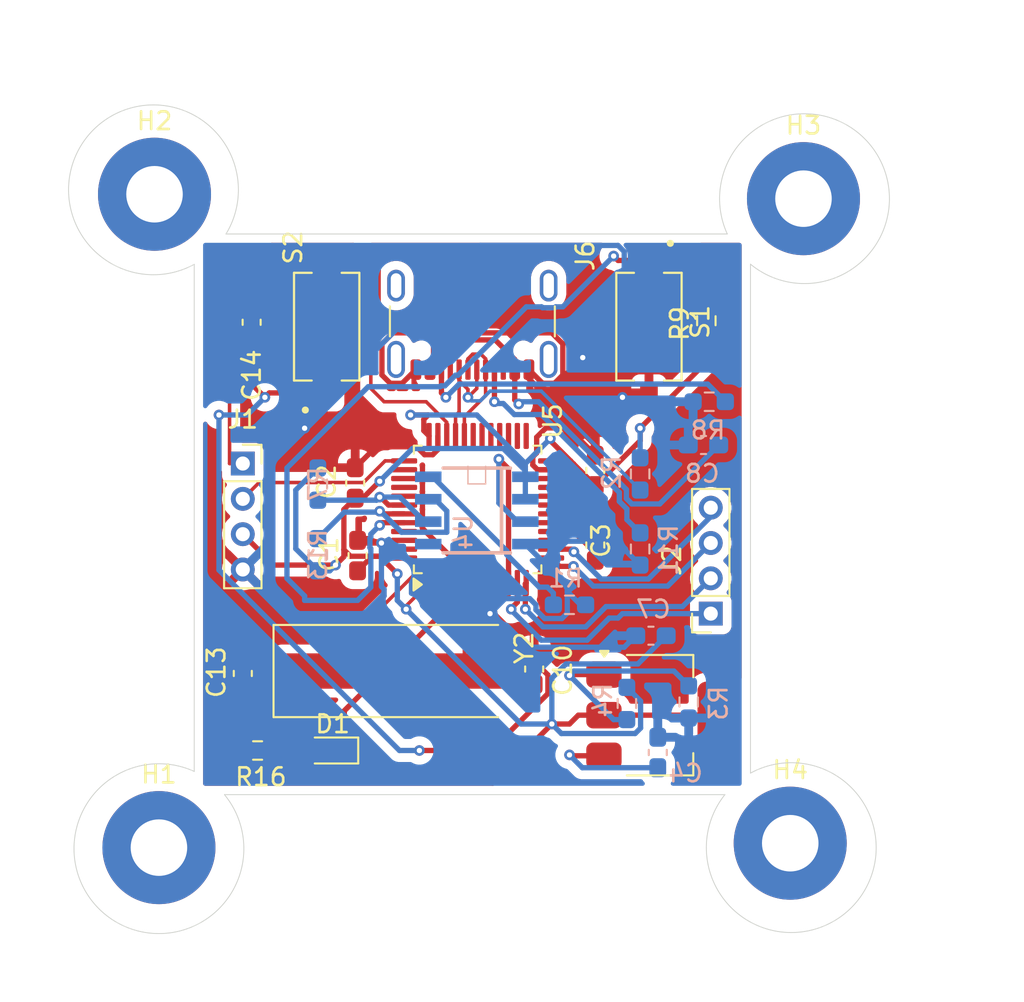
<source format=kicad_pcb>
(kicad_pcb (version 20241229) (generator "pcbnew") (generator_version "9.0")
  (layers (0 "F.Cu" signal) (2 "B.Cu" signal) (13 "F.Paste" user) (15 "B.Paste" user) (5 "F.SilkS" user "F.Silkscreen") (7 "B.SilkS" user "B.Silkscreen") (1 "F.Mask" user) (3 "B.Mask" user) (25 "Edge.Cuts" user))
  (net 0 "")
  (net 1 "+3.3V")
  (net 2 "Net-(J6-CC2)")
  (net 3 "LED")
  (net 4 "Net-(D1-A)")
  (net 5 "Net-(C8-Pad2)")
  (net 6 "Net-(U4-DIR)")
  (net 7 "BOOTO")
  (net 8 "NRST")
  (net 9 "GND")
  (net 10 "/OUT")
  (net 12 "+5V")
  (net 13 "SWDIO")
  (net 14 "SCLK")
  (net 15 "Net-(J6-CC1)")
  (net 16 "MCU_D+")
  (net 17 "MCU_D-")
  (net 22 "/OSC_IN")
  (net 23 "Net-(U1-ADJ)")
  (net 24 "dum1")
  (net 25 "dum2")
  (net 26 "dum3")
  (net 27 "dum4")
  (net 28 "/OSC_OUT")
  (net 29 "SDA")
  (net 32 "SCL")
  (footprint "Capacitor_SMD:C_0603_1608Metric_Pad1.08x0.95mm_HandSolder" (layer "F.Cu") (at 145.75 88.9625 90)
    (property "Reference" "C1")
    (property "Value" "100nF" (hide yes))
  )
  (footprint "LED_SMD:LED_0603_1608Metric_Pad1.05x0.95mm_HandSolder" (layer "F.Cu") (at 144.125 100 180)
    (property "Reference" "D1")
    (property "Value" "LED" (hide yes))
  )
  (footprint "Capacitor_SMD:C_0603_1608Metric_Pad1.08x0.95mm_HandSolder" (layer "F.Cu") (at 159.21 84.1375 90)
    (property "Reference" "C11" (hide yes))
    (property "Value" "100nF" (hide yes))
  )
  (footprint "TS09-63-25-WT-160-SMT-TR:SW_TS09-63-25-WT-160-SMT-TR" (layer "F.Cu") (at 144 76 90)
    (property "Reference" "S2")
    (property "Value" "TS09-63-25-WT-160-SMT-TR" (hide yes))
  )
  (footprint "TS09-63-25-WT-160-SMT-TR:SW_TS09-63-25-WT-160-SMT-TR" (layer "F.Cu") (at 162.25 76 -90)
    (property "Reference" "S1")
    (property "Value" "TS09-63-25-WT-160-SMT-TR" (hide yes))
  )
  (footprint "Connector_USB:USB_C_Receptacle_GCT_USB4105-xx-A_16P_TopMnt_Horizontal" (layer "F.Cu") (at 152.25 74.75 180)
    (property "Reference" "J6")
    (property "Value" "USB_C_Receptacle_USB2.0_14P" (hide yes))
  )
  (footprint "MountingHole:MountingHole_3.2mm_M3_Pad" (layer "F.Cu") (at 134.25 68.5)
    (property "Reference" "H2")
    (property "Value" "MountingHole" (hide yes))
  )
  (footprint "Connector_PinSocket_2.00mm:PinSocket_1x04_P2.00mm_Vertical" (layer "F.Cu") (at 165.75 92.25 180)
    (property "Reference" "J2")
    (property "Value" "Conn_01x04_Pin" (hide yes))
  )
  (footprint "Crystal:Crystal_SMD_HC49-SD" (layer "F.Cu") (at 147.75 95.5)
    (property "Reference" "Y2")
    (property "Value" "8MHz" (hide yes))
  )
  (footprint "MountingHole:MountingHole_3.2mm_M3_Pad" (layer "F.Cu") (at 134.5 105.5)
    (property "Reference" "H1")
    (property "Value" "MountingHole" (hide yes))
  )
  (footprint "Resistor_SMD:R_0603_1608Metric_Pad0.98x0.95mm_HandSolder" (layer "F.Cu") (at 140.0875 100 180)
    (property "Reference" "R16")
    (property "Value" "2.2k" (hide yes))
  )
  (footprint "Capacitor_SMD:C_0603_1608Metric_Pad1.08x0.95mm_HandSolder" (layer "F.Cu") (at 159.21 88.3625 90)
    (property "Reference" "C3")
    (property "Value" "100nF" (hide yes))
  )
  (footprint "Capacitor_SMD:C_0603_1608Metric_Pad1.08x0.95mm_HandSolder" (layer "F.Cu") (at 145.613572 84.85 90)
    (property "Reference" "C2")
    (property "Value" "100nF" (hide yes))
  )
  (footprint "MountingHole:MountingHole_3.2mm_M3_Pad" (layer "F.Cu") (at 170.25 105.25)
    (property "Reference" "H4")
    (property "Value" "MountingHole" (hide yes))
  )
  (footprint "Resistor_SMD:R_0603_1608Metric_Pad0.98x0.95mm_HandSolder" (layer "F.Cu") (at 165.5 75.6625 -90)
    (property "Reference" "R9")
    (property "Value" "10k" (hide yes))
  )
  (footprint "MountingHole:MountingHole_3.2mm_M3_Pad" (layer "F.Cu") (at 171 68.75)
    (property "Reference" "H3")
    (property "Value" "MountingHole" (hide yes))
  )
  (footprint "Connector_PinSocket_2.00mm:PinSocket_1x04_P2.00mm_Vertical" (layer "F.Cu") (at 139.25 83.75)
    (property "Reference" "J1")
    (property "Value" "Conn_01x04_Pin" (hide yes))
  )
  (footprint "Package_TO_SOT_SMD:SOT-223-3_TabPin2" (layer "F.Cu") (at 162.85 98)
    (property "Reference" "U1" (hide yes))
    (property "Value" "AMS1117" (hide yes))
  )
  (footprint "Package_QFP:LQFP-48_7x7mm_P0.5mm" (layer "F.Cu") (at 152.547888 86.35 90)
    (property "Reference" "U5")
    (property "Value" "STM32F103C8Tx" (hide yes))
  )
  (footprint "Capacitor_SMD:C_0603_1608Metric_Pad1.08x0.95mm_HandSolder" (layer "F.Cu") (at 139.25 95.6375 -90)
    (property "Reference" "C13")
    (property "Value" "22pF" (hide yes))
  )
  (footprint "Capacitor_SMD:C_0603_1608Metric_Pad1.08x0.95mm_HandSolder" (layer "F.Cu") (at 139.75 75.75 -90)
    (property "Reference" "C14")
    (property "Value" "100nF" (hide yes))
  )
  (footprint "Capacitor_SMD:C_0603_1608Metric_Pad1.08x0.95mm_HandSolder" (layer "F.Cu") (at 155.75 95.3875 -90)
    (property "Reference" "C10")
    (property "Value" "20pF" (hide yes))
  )
  (footprint "Capacitor_SMD:C_0603_1608Metric_Pad1.08x0.95mm_HandSolder" (layer "B.Cu") (at 162.75 100.1125 90)
    (property "Reference" "C4")
    (property "Value" "100nF" (hide yes))
  )
  (footprint "Capacitor_SMD:C_0603_1608Metric_Pad1.08x0.95mm_HandSolder" (layer "B.Cu") (at 162.3625 93.5 180)
    (property "Reference" "C7")
    (property "Value" "100nF" (hide yes))
  )
  (footprint "Resistor_SMD:R_0603_1608Metric_Pad0.98x0.95mm_HandSolder" (layer "B.Cu") (at 164.5 97.25 -90)
    (property "Reference" "R3")
    (property "Value" "10k" (hide yes))
  )
  (footprint "AS5600:SOIC8" (layer "B.Cu") (at 152.5 86.405 -90)
    (property "Reference" "U4")
    (property "Value" "AS5600" (hide yes))
  )
  (footprint "Resistor_SMD:R_0603_1608Metric_Pad0.98x0.95mm_HandSolder" (layer "B.Cu") (at 157.75 91.75)
    (property "Reference" "R1")
    (property "Value" "10k" (hide yes))
  )
  (footprint "Resistor_SMD:R_0603_1608Metric_Pad0.98x0.95mm_HandSolder" (layer "B.Cu") (at 161.75 84.3375 -90)
    (property "Reference" "R2")
    (property "Value" "5k1" (hide yes))
  )
  (footprint "Resistor_SMD:R_0603_1608Metric_Pad0.98x0.95mm_HandSolder" (layer "B.Cu") (at 143.5 88.9125 90)
    (property "Reference" "R13")
    (property "Value" "4.7k" (hide yes))
  )
  (footprint "Resistor_SMD:R_0603_1608Metric_Pad0.98x0.95mm_HandSolder" (layer "B.Cu") (at 165.6625 80.25)
    (property "Reference" "R8")
    (property "Value" "5k1" (hide yes))
  )
  (footprint "Resistor_SMD:R_0603_1608Metric_Pad0.98x0.95mm_HandSolder" (layer "B.Cu") (at 161 97.3375 -90)
    (property "Reference" "R4")
    (property "Value" "10k" (hide yes))
  )
  (footprint "Capacitor_SMD:C_0603_1608Metric_Pad1.08x0.95mm_HandSolder" (layer "B.Cu") (at 165.3375 82.7)
    (property "Reference" "C8")
    (property "Value" "100nF" (hide yes))
  )
  (footprint "Resistor_SMD:R_0603_1608Metric_Pad0.98x0.95mm_HandSolder" (layer "B.Cu") (at 143.5 84.9125 -90)
    (property "Reference" "R7")
    (property "Value" "4.7k" (hide yes))
  )
  (footprint "Resistor_SMD:R_0603_1608Metric_Pad0.98x0.95mm_HandSolder" (layer "B.Cu") (at 161.75 88.5875 90)
    (property "Reference" "R11")
    (property "Value" "5k1" (hide yes))
  )
  (gr_arc (start 168 101.28168) (mid 173.402988 109.181206) (end 166.550523 102.500001) (stroke (width 0.05)) (layer "Edge.Cuts"))
  (gr_arc (start 136.500001 72.46832) (mid 130.869727 64.772484) (end 138.299073 70.75) (stroke (width 0.05)) (layer "Edge.Cuts"))
  (gr_line (start 138.210587 102.5) (end 166.550523 102.500001) (stroke (width 0.05)) (layer "Edge.Cuts"))
  (gr_line (start 166.685633 70.75) (end 138.299073 70.75) (stroke (width 0.05)) (layer "Edge.Cuts"))
  (gr_arc (start 138.210587 102.5) (mid 131.570053 109.372034) (end 136.5 101.185633) (stroke (width 0.05)) (layer "Edge.Cuts"))
  (gr_line (start 168 101.281681) (end 168 72.460587) (stroke (width 0.05)) (layer "Edge.Cuts"))
  (gr_line (start 136.5 72.468319) (end 136.5 101.18562) (stroke (width 0.05)) (layer "Edge.Cuts"))
  (gr_arc (start 166.685633 70.75) (mid 174.872034 65.820053) (end 168 72.460587) (stroke (width 0.05)) (layer "Edge.Cuts"))
  (segment (start 145.613572 85.7125) (end 146.042736 85.7125) (width 0.3) (layer "F.Cu") (net 1))
  (segment (start 144.5 89.5) (end 141 89.5) (width 0.3) (layer "F.Cu") (net 1))
  (segment (start 148 90) (end 147.25 89.25) (width 0.3) (layer "F.Cu") (net 1))
  (segment (start 159.21 88.805634) (end 159.21 89.225) (width 0.3) (layer "F.Cu") (net 1))
  (segment (start 156.667185 82.332815) (end 156.667185 82.457185) (width 0.3) (layer "F.Cu") (net 1))
  (segment (start 147.25 89.1) (end 148.385388 89.1) (width 0.3) (layer "F.Cu") (net 1))
  (segment (start 141 89.5) (end 139.25 87.75) (width 0.3) (layer "F.Cu") (net 1))
  (segment (start 140.5 101.849) (end 139.75 101.099) (width 0.3) (layer "F.Cu") (net 1))
  (segment (start 166 98) (end 159.7 98) (width 0.3) (layer "F.Cu") (net 1))
  (segment (start 157.81 83.6) (end 157.98 83.77) (width 0.3) (layer "F.Cu") (net 1))
  (segment (start 145.613572 85.7125) (end 144.974 86.352072) (width 0.3) (layer "F.Cu") (net 1))
  (segment (start 161.75 82.46) (end 159.21 85) (width 0.3) (layer "F.Cu") (net 1))
  (segment (start 144.5 89.5) (end 144.974 89.026) (width 0.3) (layer "F.Cu") (net 1))
  (segment (start 148.5 91.810388) (end 148.5 92) (width 0.2) (layer "F.Cu") (net 1))
  (segment (start 149.5 81.25) (end 149.5 81.889612) (width 0.3) (layer "F.Cu") (net 1))
  (segment (start 147.1 89.1) (end 147.25 89.1) (width 0.3) (layer "F.Cu") (net 1))
  (segment (start 149.797888 90.5125) (end 148.5 91.810388) (width 0.2) (layer "F.Cu") (net 1))
  (segment (start 156.75 98.5) (end 157.75 98.5) (width 0.3) (layer "F.Cu") (net 1))
  (segment (start 156.710388 83.6) (end 157.81 83.6) (width 0.3) (layer "F.Cu") (net 1))
  (segment (start 157.98 83.77) (end 157.98 87.575634) (width 0.3) (layer "F.Cu") (net 1))
  (segment (start 161.75 81.75) (end 161.75 82.46) (width 0.3) (layer "F.Cu") (net 1))
  (segment (start 157.98 83.77) (end 159.21 85) (width 0.3) (layer "F.Cu") (net 1))
  (segment (start 158.25 98) (end 159.7 98) (width 0.3) (layer "F.Cu") (net 1))
  (segment (start 146.042736 85.7125) (end 147.002618 84.752618) (width 0.3) (layer "F.Cu") (net 1))
  (segment (start 145.75 89.825) (end 146.575 89) (width 0.3) (layer "F.Cu") (net 1))
  (segment (start 144.974 86.352072) (end 144.974 88.629634) (width 0.3) (layer "F.Cu") (net 1))
  (segment (start 149.5 81.889612) (end 149.797888 82.1875) (width 0.3) (layer "F.Cu") (net 1))
  (segment (start 156.667185 82.457185) (end 157.81 83.6) (width 0.3) (layer "F.Cu") (net 1))
  (segment (start 165.5 78) (end 161.75 81.75) (width 0.3) (layer "F.Cu") (net 1))
  (segment (start 157.98 87.575634) (end 159.21 88.805634) (width 0.3) (layer "F.Cu") (net 1))
  (segment (start 144.974 88.629634) (end 145.344366 89) (width 0.3) (layer "F.Cu") (net 1))
  (segment (start 146.575 89) (end 147 89) (width 0.3) (layer "F.Cu") (net 1))
  (segment (start 139.175 100.524) (end 139.175 100) (width 0.3) (layer "F.Cu") (net 1))
  (segment (start 165.5 76.575) (end 165.5 78) (width 0.3) (layer "F.Cu") (net 1))
  (segment (start 144.974 89.026) (end 144.974 88.629634) (width 0.3) (layer "F.Cu") (net 1))
  (segment (start 145.344366 89) (end 147 89) (width 0.3) (layer "F.Cu") (net 1))
  (segment (start 147 89) (end 147.1 89.1) (width 0.3) (layer "F.Cu") (net 1))
  (segment (start 148.75 81) (end 149.75 81) (width 0.3) (layer "F.Cu") (net 1))
  (segment (start 157.75 98.5) (end 158.25 98) (width 0.3) (layer "F.Cu") (net 1))
  (segment (start 147.25 89.25) (end 147.25 89.1) (width 0.3) (layer "F.Cu") (net 1))
  (segment (start 149.75 81) (end 149.5 81.25) (width 0.3) (layer "F.Cu") (net 1))
  (segment (start 156.75 98.5) (end 153.401 101.849) (width 0.3) (layer "F.Cu") (net 1))
  (segment (start 139.75 101.099) (end 139.175 100.524) (width 0.3) (layer "F.Cu") (net 1))
  (segment (start 153.401 101.849) (end 140.5 101.849) (width 0.3) (layer "F.Cu") (net 1))
  (via (at 148 90) (size 0.6) (drill 0.3) (layers "F.Cu" "B.Cu") (net 1))
  (via (at 148.5 92) (size 0.6) (drill 0.3) (layers "F.Cu" "B.Cu") (net 1))
  (via (at 148.75 81) (size 0.6) (drill 0.3) (layers "F.Cu" "B.Cu") (net 1))
  (via (at 161.75 81.75) (size 0.6) (drill 0.3) (layers "F.Cu" "B.Cu") (net 1))
  (via (at 156.75 98.5) (size 0.6) (drill 0.3) (layers "F.Cu" "B.Cu") (net 1))
  (via (at 147.002618 84.752618) (size 0.6) (drill 0.3) (layers "F.Cu" "B.Cu") (net 1))
  (via (at 156.667185 82.332815) (size 0.6) (drill 0.3) (layers "F.Cu" "B.Cu") (net 1))
  (via (at 144.5 89.5) (size 0.6) (drill 0.3) (layers "F.Cu" "B.Cu") (net 1))
  (segment (start 148.856236 82.899) (end 153.998943 82.899) (width 0.3) (layer "B.Cu") (net 1))
  (segment (start 161.776 97.201) (end 161.776 98.729634) (width 0.3) (layer "B.Cu") (net 1))
  (segment (start 148 91.5) (end 148 90) (width 0.3) (layer "B.Cu") (net 1))
  (segment (start 161.626 95.099) (end 157.551057 95.099) (width 0.3) (layer "B.Cu") (net 1))
  (segment (start 161.75 83.425) (end 161.75 81.75) (width 0.3) (layer "B.Cu") (net 1))
  (segment (start 156.75 98.5) (end 155 98.5) (width 0.3) (layer "B.Cu") (net 1))
  (segment (start 161 96.425) (end 161.776 97.201) (width 0.3) (layer "B.Cu") (net 1))
  (segment (start 155 98.5) (end 148.5 92) (width 0.3) (layer "B.Cu") (net 1))
  (segment (start 142.25 85.25) (end 142.25 88.575) (width 0.3) (layer "B.Cu") (net 1))
  (segment (start 157.2885 99.0385) (end 156.75 98.5) (width 0.3) (layer "B.Cu") (net 1))
  (segment (start 155.25 84.150057) (end 155.25 84.5) (width 0.3) (layer "B.Cu") (net 1))
  (segment (start 161.467134 99.0385) (end 157.2885 99.0385) (width 0.3) (layer "B.Cu") (net 1))
  (segment (start 153.998943 82.899) (end 155.25 84.150057) (width 0.3) (layer "B.Cu") (net 1))
  (segment (start 143.5 89.825) (end 144.175 89.825) (width 0.3) (layer "B.Cu") (net 1))
  (segment (start 152.5 81) (end 148.75 81) (width 0.3) (layer "B.Cu") (net 1))
  (segment (start 144.175 89.825) (end 144.5 89.5) (width 0.3) (layer "B.Cu") (net 1))
  (segment (start 163.225 93.5) (end 161.626 95.099) (width 0.3) (layer "B.Cu") (net 1))
  (segment (start 147.002618 84.752618) (end 148.856236 82.899) (width 0.3) (layer "B.Cu") (net 1))
  (segment (start 143.5 84) (end 142.25 85.25) (width 0.3) (layer "B.Cu") (net 1))
  (segment (start 142.25 88.575) (end 143.5 89.825) (width 0.3) (layer "B.Cu") (net 1))
  (segment (start 155.25 83.75) (end 152.5 81) (width 0.3) (layer "B.Cu") (net 1))
  (segment (start 157.551057 95.099) (end 156.75 95.900057) (width 0.3) (layer "B.Cu") (net 1))
  (segment (start 155.25 85.77) (end 155.25 84.5) (width 0.3) (layer "B.Cu") (net 1))
  (segment (start 148.5 92) (end 148 91.5) (width 0.3) (layer "B.Cu") (net 1))
  (segment (start 155.25 84.5) (end 155.25 83.75) (width 0.3) (layer "B.Cu") (net 1))
  (segment (start 161.776 98.729634) (end 161.467134 99.0385) (width 0.3) (layer "B.Cu") (net 1))
  (segment (start 156.75 95.900057) (end 156.75 98.5) (width 0.3) (layer "B.Cu") (net 1))
  (segment (start 155.25 83.75) (end 156.667185 82.332815) (width 0.3) (layer "B.Cu") (net 1))
  (segment (start 150.75 80) (end 150.5 79.75) (width 0.3) (layer "F.Cu") (net 2))
  (segment (start 150.5 79.75) (end 150.5 78.43) (width 0.3) (layer "F.Cu") (net 2))
  (via (at 150.75 80) (size 0.6) (drill 0.3) (layers "F.Cu" "B.Cu") (net 2))
  (segment (start 166.575 80.25) (end 165.573 79.248) (width 0.3) (layer "B.Cu") (net 2))
  (segment (start 165.573 79.248) (end 151.502 79.248) (width 0.3) (layer "B.Cu") (net 2))
  (segment (start 151.502 79.248) (end 150.75 80) (width 0.3) (layer "B.Cu") (net 2))
  (segment (start 145 100) (end 145 97.75) (width 0.3) (layer "F.Cu") (net 3))
  (segment (start 145 97.75) (end 150.5 92.25) (width 0.3) (layer "F.Cu") (net 3))
  (segment (start 145 97.75) (end 145.25 97.5) (width 0.3) (layer "F.Cu") (net 3))
  (segment (start 150.297888 92.047888) (end 150.297888 90.5125) (width 0.3) (layer "F.Cu") (net 3))
  (segment (start 150.5 92.25) (end 150.297888 92.047888) (width 0.3) (layer "F.Cu") (net 3))
  (segment (start 141.802 99.25) (end 141.776 99.224) (width 0.2) (layer "F.Cu") (net 4))
  (segment (start 143.25 100) (end 142.5 99.25) (width 0.2) (layer "F.Cu") (net 4))
  (segment (start 142.5 99.25) (end 141.802 99.25) (width 0.2) (layer "F.Cu") (net 4))
  (segment (start 141 100) (end 141.776 99.224) (width 0.3) (layer "F.Cu") (net 4))
  (segment (start 153.544999 76.75) (end 150.25 76.75) (width 0.3) (layer "F.Cu") (net 5))
  (segment (start 150.25 76.75) (end 150.049 76.951) (width 0.3) (layer "F.Cu") (net 5))
  (segment (start 154.65 78.43) (end 154.65 80.15) (width 0.3) (layer "F.Cu") (net 5))
  (segment (start 154.65 77.855001) (end 153.544999 76.75) (width 0.3) (layer "F.Cu") (net 5))
  (segment (start 150.049 78.231) (end 149.85 78.43) (width 0.3) (layer "F.Cu") (net 5))
  (segment (start 150.049 76.951) (end 150.049 78.231) (width 0.3) (layer "F.Cu") (net 5))
  (segment (start 154.65 78.43) (end 154.65 77.855001) (width 0.3) (layer "F.Cu") (net 5))
  (segment (start 154.65 80.15) (end 154.875 80.375) (width 0.3) (layer "F.Cu") (net 5))
  (via (at 154.875 80.375) (size 0.6) (drill 0.3) (layers "F.Cu" "B.Cu") (net 5))
  (segment (start 160.974 85.729634) (end 160.974 85.224) (width 0.3) (layer "B.Cu") (net 5))
  (segment (start 156 80.25) (end 154.75 80.25) (width 0.3) (layer "B.Cu") (net 5))
  (segment (start 162.8615 86.0385) (end 161.282866 86.0385) (width 0.3) (layer "B.Cu") (net 5))
  (segment (start 160.974 85.224) (end 156 80.25) (width 0.3) (layer "B.Cu") (net 5))
  (segment (start 166.2 82.7) (end 162.8615 86.0385) (width 0.3) (layer "B.Cu") (net 5))
  (segment (start 161.282866 86.0385) (end 160.974 85.729634) (width 0.3) (layer "B.Cu") (net 5))
  (segment (start 156.038 90.75) (end 154.199 88.911) (width 0.3) (layer "B.Cu") (net 6))
  (segment (start 156.5 90.75) (end 156.038 90.75) (width 0.3) (layer "B.Cu") (net 6))
  (segment (start 156.8375 91.75) (end 156.8375 91.0875) (width 0.3) (layer "B.Cu") (net 6))
  (segment (start 154.199 88.699) (end 150 84.5) (width 0.3) (layer "B.Cu") (net 6))
  (segment (start 154.199 88.911) (end 154.199 88.699) (width 0.3) (layer "B.Cu") (net 6))
  (segment (start 150 84.5) (end 149.75 84.5) (width 0.3) (layer "B.Cu") (net 6))
  (segment (start 156.8375 91.0875) (end 156.5 90.75) (width 0.3) (layer "B.Cu") (net 6))
  (segment (start 148.385388 87.1) (end 147.15 87.1) (width 0.3) (layer "F.Cu") (net 7))
  (segment (start 162.25 72.25) (end 160.5 72.25) (width 0.3) (layer "F.Cu") (net 7))
  (segment (start 165.5 74.75) (end 165.5 72.75) (width 0.3) (layer "F.Cu") (net 7))
  (segment (start 164.5 72.25) (end 162.25 72.25) (width 0.3) (layer "F.Cu") (net 7))
  (segment (start 160.5 72.25) (end 160.25 72) (width 0.3) (layer "F.Cu") (net 7))
  (segment (start 164.75 72) (end 164.5 72.25) (width 0.3) (layer "F.Cu") (net 7))
  (segment (start 147.15 87.1) (end 147 87.25) (width 0.3) (layer "F.Cu") (net 7))
  (segment (start 165.5 72.75) (end 164.75 72) (width 0.3) (layer "F.Cu") (net 7))
  (via (at 160.25 72) (size 0.6) (drill 0.3) (layers "F.Cu" "B.Cu") (net 7))
  (via (at 147 87.25) (size 0.6) (drill 0.3) (layers "F.Cu" "B.Cu") (net 7))
  (segment (start 150.69248 79.349) (end 151.294479 78.747) (width 0.3) (layer "B.Cu") (net 7))
  (segment (start 151.294479 78.747) (end 151.4359 78.747) (width 0.3) (layer "B.Cu") (net 7))
  (segment (start 141.75 90.25) (end 141.75 84) (width 0.3) (layer "B.Cu") (net 7))
  (segment (start 156.922496 74.926) (end 156.972496 74.876) (width 0.3) (layer "B.Cu") (net 7))
  (segment (start 145.75 91.5) (end 142.75 91.5) (width 0.3) (layer "B.Cu") (net 7))
  (segment (start 146.351 79.399) (end 150.430346 79.399) (width 0.3) (layer "B.Cu") (net 7))
  (segment (start 150.480346 79.349) (end 150.69248 79.349) (width 0.3) (layer "B.Cu") (net 7))
  (segment (start 156.167504 74.876) (end 156.217504 74.926) (width 0.3) (layer "B.Cu") (net 7))
  (segment (start 142.75 91.5) (end 142.75 91.25) (width 0.3) (layer "B.Cu") (net 7))
  (segment (start 157.374 74.876) (end 160.25 72) (width 0.3) (layer "B.Cu") (net 7))
  (segment (start 146.5 88.570654) (end 146.5 90.75) (width 0.3) (layer "B.Cu") (net 7))
  (segment (start 141.75 84) (end 146.351 79.399) (width 0.3) (layer "B.Cu") (net 7))
  (segment (start 146.5 90.75) (end 145.75 91.5) (width 0.3) (layer "B.Cu") (net 7))
  (segment (start 142.75 91.25) (end 141.75 90.25) (width 0.3) (layer "B.Cu") (net 7))
  (segment (start 146.5 87.929346) (end 146.449 87.980346) (width 0.3) (layer "B.Cu") (net 7))
  (segment (start 147 87.25) (end 146.5 87.75) (width 0.3) (layer "B.Cu") (net 7))
  (segment (start 146.449 87.980346) (end 146.449 88.519654) (width 0.3) (layer "B.Cu") (net 7))
  (segment (start 156.217504 74.926) (end 156.922496 74.926) (width 0.3) (layer "B.Cu") (net 7))
  (segment (start 146.5 87.75) (end 146.5 87.929346) (width 0.3) (layer "B.Cu") (net 7))
  (segment (start 151.4359 78.747) (end 155.3069 74.876) (width 0.3) (layer "B.Cu") (net 7))
  (segment (start 150.430346 79.399) (end 150.480346 79.349) (width 0.3) (layer "B.Cu") (net 7))
  (segment (start 156.972496 74.876) (end 157.374 74.876) (width 0.3) (layer "B.Cu") (net 7))
  (segment (start 155.3069 74.876) (end 156.167504 74.876) (width 0.3) (layer "B.Cu") (net 7))
  (segment (start 146.449 88.519654) (end 146.5 88.570654) (width 0.3) (layer "B.Cu") (net 7))
  (segment (start 149.423888 84.867176) (end 149.423888 85.332824) (width 0.3) (layer "F.Cu") (net 8))
  (segment (start 149.423888 86.832824) (end 149.406712 86.85) (width 0.3) (layer "F.Cu") (net 8))
  (segment (start 152.196812 89.073) (end 152.698888 89.575076) (width 0.3) (layer "F.Cu") (net 8))
  (segment (start 152.748888 90.5125) (end 152.797888 90.5125) (width 0.3) (layer "F.Cu") (net 8))
  (segment (start 139.75 79.25) (end 140.5 80) (width 0.3) (layer "F.Cu") (net 8))
  (segment (start 151.073 89.073) (end 152.196812 89.073) (width 0.3) (layer "F.Cu") (net 8))
  (segment (start 154.791215 94.919849) (end 155.282866 95.4115) (width 0.3) (layer "F.Cu") (net 8))
  (segment (start 149.423888 85.332824) (end 149.406712 85.35) (width 0.3) (layer "F.Cu") (net 8))
  (segment (start 156.217134 95.4115) (end 156.526 95.720366) (width 0.3) (layer "F.Cu") (net 8))
  (segment (start 139.75 76.6125) (end 139.75 77.5) (width 0.3) (layer "F.Cu") (net 8))
  (segment (start 152.748888 89.692176) (end 152.748888 90.5125) (width 0.3) (layer "F.Cu") (net 8))
  (segment (start 149.423888 87.423888) (end 151.073 89.073) (width 0.3) (layer "F.Cu") (net 8))
  (segment (start 154.791215 94.755055) (end 154.791215 94.919849) (width 0.3) (layer "F.Cu") (net 8))
  (segment (start 142 79.75) (end 144 79.75) (width 0.3) (layer "F.Cu") (net 8))
  (segment (start 149.423888 85.367176) (end 149.423888 85.832824) (width 0.3) (layer "F.Cu") (net 8))
  (segment (start 149.406712 85.85) (end 149.423888 85.867176) (width 0.3) (layer "F.Cu") (net 8))
  (segment (start 149.423888 84.832824) (end 149.406712 84.85) (width 0.3) (layer "F.Cu") (net 8))
  (segment (start 152.5 92.150057) (end 152.5 92.46384) (width 0.3) (layer "F.Cu") (net 8))
  (segment (start 149.423888 85.832824) (end 149.406712 85.85) (width 0.3) (layer "F.Cu") (net 8))
  (segment (start 149.423888 87.332824) (end 149.406712 87.35) (width 0.3) (layer "F.Cu") (net 8))
  (segment (start 149.423888 84.367176) (end 149.423888 84.832824) (width 0.3) (layer "F.Cu") (net 8))
  (segment (start 149.406712 86.35) (end 149.423888 86.367176) (width 0.3) (layer "F.Cu") (net 8))
  (segment (start 149.423888 87.367176) (end 149.423888 87.423888) (width 0.3) (layer "F.Cu") (net 8))
  (segment (start 139.75 76.6125) (end 139.75 79.25) (width 0.3) (layer "F.Cu") (net 8))
  (segment (start 149.423888 85.867176) (end 149.423888 86.332824) (width 0.3) (layer "F.Cu") (net 8))
  (segment (start 152.797888 90.5125) (end 152.797888 91.852169) (width 0.3) (layer "F.Cu") (net 8))
  (segment (start 149.406712 83.85) (end 149.423888 83.867176) (width 0.3) (layer "F.Cu") (net 8))
  (segment (start 152.797888 91.852169) (end 152.5 92.150057) (width 0.3) (layer "F.Cu") (net 8))
  (segment (start 152.5 92.46384) (end 154.791215 94.755055) (width 0.3) (layer "F.Cu") (net 8))
  (segment (start 149.423888 83.867176) (end 149.423888 84.332824) (width 0.3) (layer "F.Cu") (net 8))
  (segment (start 153.305634 100) (end 149.25 100) (width 0.3) (layer "F.Cu") (net 8))
  (segment (start 149.423888 84.332824) (end 149.406712 84.35) (width 0.3) (layer "F.Cu") (net 8))
  (segment (start 149.406712 84.35) (end 149.423888 84.367176) (width 0.3) (layer "F.Cu") (net 8))
  (segment (start 152.698888 89.642176) (end 152.748888 89.692176) (width 0.3) (layer "F.Cu") (net 8))
  (segment (start 149.423888 86.367176) (end 149.423888 86.832824) (width 0.3) (layer "F.Cu") (net 8))
  (segment (start 140.75 79.75) (end 144 79.75) (width 0.3) (layer "F.Cu") (net 8))
  (segment (start 156.526 95.720366) (end 156.526 96.779634) (width 0.3) (layer "F.Cu") (net 8))
  (segment (start 149.423888 86.332824) (end 149.406712 86.35) (width 0.3) (layer "F.Cu") (net 8))
  (segment (start 149.423888 86.867176) (end 149.423888 87.332824) (width 0.3) (layer "F.Cu") (net 8))
  (segment (start 152.698888 89.575076) (end 152.698888 89.642176) (width 0.3) (layer "F.Cu") (net 8))
  (segment (start 149.406712 85.35) (end 149.423888 85.367176) (width 0.3) (layer "F.Cu") (net 8))
  (segment (start 149.423888 83.832824) (end 149.406712 83.85) (width 0.3) (layer "F.Cu") (net 8))
  (segment (start 140.5 80) (end 140.75 79.75) (width 0.3) (layer "F.Cu") (net 8))
  (segment (start 149.406712 87.35) (end 149.423888 87.367176) (width 0.3) (layer "F.Cu") (net 8))
  (segment (start 155.282866 95.4115) (end 156.217134 95.4115) (width 0.3) (layer "F.Cu") (net 8))
  (segment (start 149.406712 84.85) (end 149.423888 84.867176) (width 0.3) (layer "F.Cu") (net 8))
  (segment (start 156.526 96.779634) (end 153.305634 100) (width 0.3) (layer "F.Cu") (net 8))
  (segment (start 149.406712 86.85) (end 149.423888 86.867176) (width 0.3) (layer "F.Cu") (net 8))
  (via (at 140.5 80) (size 0.6) (drill 0.3) (layers "F.Cu" "B.Cu") (net 8))
  (via (at 137.9 81) (size 0.6) (drill 0.3) (layers "F.Cu" "B.Cu") (net 8))
  (via (at 149.25 100) (size 0.6) (drill 0.3) (layers "F.Cu" "B.Cu") (net 8))
  (segment (start 137.9 89.780273) (end 137.9 81) (width 0.3) (layer "B.Cu") (net 8))
  (segment (start 148.119727 100) (end 137.9 89.780273) (width 0.3) (layer "B.Cu") (net 8))
  (segment (start 149.25 100) (end 148.119727 100) (width 0.3) (layer "B.Cu") (net 8))
  (segment (start 139.5 81) (end 140.5 80) (width 0.3) (layer "B.Cu") (net 8))
  (segment (start 137.9 81) (end 139.5 81) (width 0.3) (layer "B.Cu") (net 8))
  (segment (start 161 79.75) (end 160.75 80) (width 0.3) (layer "F.Cu") (net 9))
  (segment (start 155.890064 82.259993) (end 155.890064 83.149) (width 0.3) (layer "F.Cu") (net 9))
  (segment (start 148.791064 82.5) (end 147.75 82.5) (width 0.3) (layer "F.Cu") (net 9))
  (segment (start 147.753215 76.349) (end 156.746785 76.349) (width 0.3) (layer "F.Cu") (net 9))
  (segment (start 149.541064 83.25) (end 148.791064 82.5) (width 0.3) (layer "F.Cu") (net 9))
  (segment (start 153.25 92.25) (end 153.475 92.25) (width 0.3) (layer "F.Cu") (net 9))
  (segment (start 162.25 79.75) (end 161 79.75) (width 0.3) (layer "F.Cu") (net 9))
  (segment (start 157.371 76.973215) (end 157.371 78.736785) (width 0.3) (layer "F.Cu") (net 9))
  (segment (start 148.274 79.206) (end 147.598215 79.206) (width 0.3) (layer "F.Cu") (net 9))
  (segment (start 155.671888 83.832824) (end 155.939064 84.1) (width 0.3) (layer "F.Cu") (net 9))
  (segment (start 146.5 82.5) (end 146.5 83.101072) (width 0.3) (layer "F.Cu") (net 9))
  (segment (start 158.5 77.75) (end 156.375 79.875) (width 0.3) (layer "F.Cu") (net 9))
  (segment (start 147.45 88.6) (end 147.1 88.25) (width 0.3) (layer "F.Cu") (net 9))
  (segment (start 147.598215 79.206) (end 147.129 78.736785) (width 0.3) (layer "F.Cu") (net 9))
  (segment (start 159.21 83.275) (end 157.666815 81.731815) (width 0.3) (layer "F.Cu") (net 9))
  (segment (start 150.297888 82.1875) (end 150.297888 82.958824) (width 0.3) (layer "F.Cu") (net 9))
  (segment (start 139.75 74.8875) (end 139.75 74.25) (width 0.3) (layer "F.Cu") (net 9))
  (segment (start 146.5 83.101072) (end 145.613572 83.9875) (width 0.3) (layer "F.Cu") (net 9))
  (segment (start 147.75 82.5) (end 147 81.75) (width 0.3) (layer "F.Cu") (net 9))
  (segment (start 147.75 82.5) (end 146.5 82.5) (width 0.3) (layer "F.Cu") (net 9))
  (segment (start 159.21 82.71) (end 159.21 83.275) (width 0.3) (layer "F.Cu") (net 9))
  (segment (start 148.385388 88.6) (end 147.45 88.6) (width 0.3) (layer "F.Cu") (net 9))
  (segment (start 156.375 79.875) (end 159.21 82.71) (width 0.3) (layer "F.Cu") (net 9))
  (segment (start 153.475 92.25) (end 155.75 94.525) (width 0.3) (layer "F.Cu") (net 9))
  (segment (start 157.371 78.736785) (end 156.901785 79.206) (width 0.3) (layer "F.Cu") (net 9))
  (segment (start 153.297888 92.202112) (end 153.25 92.25) (width 0.3) (layer "F.Cu") (net 9))
  (segment (start 147.129 76.973215) (end 147.753215 76.349) (width 0.3) (layer "F.Cu") (net 9))
  (segment (start 155.890064 83.149) (end 155.671888 83.367176) (width 0.3) (layer "F.Cu") (net 9))
  (segment (start 156.901785 79.206) (end 156.226 79.206) (width 0.3) (layer "F.Cu") (net 9))
  (segment (start 147.1 88.25) (end 145.9 88.25) (width 0.3) (layer "F.Cu") (net 9))
  (segment (start 156.746785 76.349) (end 157.371 76.973215) (width 0.3) (layer "F.Cu") (net 9))
  (segment (start 155.45 78.43) (end 155.45 78.95) (width 0.3) (layer "F.Cu") (net 9))
  (segment (start 147.129 78.736785) (end 147.129 76.973215) (width 0.3) (layer "F.Cu") (net 9))
  (segment (start 142.25 72.25) (end 144 72.25) (width 0.3) (layer "F.Cu") (net 9))
  (segment (start 149.05 78.43) (end 148.274 79.206) (width 0.3) (layer "F.Cu") (net 9))
  (segment (start 142 72) (end 142.25 72.25) (width 0.3) (layer "F.Cu") (net 9))
  (segment (start 156.226 79.206) (end 155.45 78.43) (width 0.3) (layer "F.Cu") (net 9))
  (segment (start 157.666815 81.731815) (end 156.418242 81.731815) (width 0.3) (layer "F.Cu") (net 9))
  (segment (start 156.418242 81.731815) (end 155.890064 82.259993) (width 0.3) (layer "F.Cu") (net 9))
  (segment (start 150.297888 82.958824) (end 150.006712 83.25) (width 0.3) (layer "F.Cu") (net 9))
  (segment (start 139.75 74.25) (end 142 72) (width 0.3) (layer "F.Cu") (net 9))
  (segment (start 150.006712 83.25) (end 149.541064 83.25) (width 0.3) (layer "F.Cu") (net 9))
  (segment (start 155.671888 83.367176) (end 155.671888 83.832824) (width 0.3) (layer "F.Cu") (net 9))
  (segment (start 145.9 88.25) (end 145.75 88.1) (width 0.3) (layer "F.Cu") (net 9))
  (segment (start 147 81.75) (end 142.75 81.75) (width 0.3) (layer "F.Cu") (net 9))
  (segment (start 155.45 78.95) (end 156.375 79.875) (width 0.3) (layer "F.Cu") (net 9))
  (segment (start 155.939064 84.1) (end 156.710388 84.1) (width 0.3) (layer "F.Cu") (net 9))
  (segment (start 153.297888 90.5125) (end 153.297888 92.202112) (width 0.3) (layer "F.Cu") (net 9))
  (via (at 142.75 81.75) (size 0.6) (drill 0.3) (layers "F.Cu" "B.Cu") (net 9))
  (via (at 158.5 77.75) (size 0.6) (drill 0.3) (layers "F.Cu" "B.Cu") (net 9))
  (via (at 153.25 92.25) (size 0.6) (drill 0.3) (layers "F.Cu" "B.Cu") (net 9))
  (via (at 147.1 88.25) (size 0.6) (drill 0.3) (layers "F.Cu" "B.Cu") (net 9))
  (via (at 160.75 80) (size 0.6) (drill 0.3) (layers "F.Cu" "B.Cu") (net 9))
  (segment (start 160.851 71.751057) (end 160.851 75.399) (width 0.3) (layer "B.Cu") (net 9))
  (segment (start 157.626 90.686) (end 157.626 91) (width 0.3) (layer "B.Cu") (net 9))
  (segment (start 160.851 75.399) (end 158.5 77.75) (width 0.3) (layer "B.Cu") (net 9))
  (segment (start 157.601 88.149) (end 156.345 89.405) (width 0.3) (layer "B.Cu") (net 9))
  (segment (start 146.25 92.25) (end 147.25 91.25) (width 0.3) (layer "B.Cu") (net 9))
  (segment (start 142.75 81.352215) (end 152.703215 71.399) (width 0.3) (layer "B.Cu") (net 9))
  (segment (start 157.317134 92.526) (end 156.3431 92.526) (width 0.3) (layer "B.Cu") (net 9))
  (segment (start 152.703215 71.399) (end 160.498943 71.399) (width 0.3) (layer "B.Cu") (net 9))
  (segment (start 155.498943 91.399) (end 154.101 91.399) (width 0.3) (layer "B.Cu") (net 9))
  (segment (start 161.75 89.5) (end 160.399 88.149) (width 0.3) (layer "B.Cu") (net 9))
  (segment (start 158.376 91.75) (end 157.626 91) (width 0.3) (layer "B.Cu") (net 9))
  (segment (start 155.25 88.31) (end 156.345 89.405) (width 0.3) (layer "B.Cu") (net 9))
  (segment (start 160.399 88.149) (end 157.601 88.149) (width 0.3) (layer "B.Cu") (net 9))
  (segment (start 160.849 94.151) (end 155.151 94.151) (width 0.3) (layer "B.Cu") (net 9))
  (segment (start 161 80.25) (end 160.75 80) (width 0.3) (layer "B.Cu") (net 9))
  (segment (start 161.5 93.5) (end 160.849 94.151) (width 0.3) (layer "B.Cu") (net 9))
  (segment (start 147.1 90.7171) (end 147.1 88.25) (width 0.3) (layer "B.Cu") (net 9))
  (segment (start 155.151 94.151) (end 153.25 92.25) (width 0.3) (layer "B.Cu") (net 9))
  (segment (start 155.851 92.0339) (end 155.851 91.751057) (width 0.3) (layer "B.Cu") (net 9))
  (segment (start 160.498943 71.399) (end 160.851 71.751057) (width 0.3) (layer "B.Cu") (net 9))
  (segment (start 156.345 89.405) (end 157.626 90.686) (width 0.3) (layer "B.Cu") (net 9))
  (segment (start 155.851 91.751057) (end 155.498943 91.399) (width 0.3) (layer "B.Cu") (net 9))
  (segment (start 157.626 92.217134) (end 157.317134 92.526) (width 0.3) (layer "B.Cu") (net 9))
  (segment (start 147.25 90.8671) (end 147.1 90.7171) (width 0.3) (layer "B.Cu") (net 9))
  (segment (start 147.25 91.25) (end 147.25 90.8671) (width 0.3) (layer "B.Cu") (net 9))
  (segment (start 142.75 81.75) (end 142.75 81.352215) (width 0.3) (layer "B.Cu") (net 9))
  (segment (start 161.75 89.5) (end 161.25 89.5) (width 0.3) (layer "B.Cu") (net 9))
  (segment (start 154.101 91.399) (end 153.25 92.25) (width 0.3) (layer "B.Cu") (net 9))
  (segment (start 157.626 91) (end 157.626 92.217134) (width 0.3) (layer "B.Cu") (net 9))
  (segment (start 139.25 89.75) (end 141.75 92.25) (width 0.3) (layer "B.Cu") (net 9))
  (segment (start 158.6625 91.75) (end 158.376 91.75) (width 0.3) (layer "B.Cu") (net 9))
  (segment (start 141.75 92.25) (end 146.25 92.25) (width 0.3) (layer "B.Cu") (net 9))
  (segment (start 164.75 80.25) (end 161 80.25) (width 0.3) (layer "B.Cu") (net 9))
  (segment (start 156.3431 92.526) (end 155.851 92.0339) (width 0.3) (layer "B.Cu") (net 9))
  (segment (start 154.297888 90.5125) (end 154.297888 84.047888) (width 0.3) (layer "F.Cu") (net 10))
  (segment (start 154.297888 84.047888) (end 153.75 83.5) (width 0.3) (layer "F.Cu") (net 10))
  (via (at 153.75 83.5) (size 0.6) (drill 0.3) (layers "F.Cu" "B.Cu") (net 10))
  (segment (start 153.75 85.99) (end 154.8 87.04) (width 0.3) (layer "B.Cu") (net 10))
  (segment (start 153.75 83.5) (end 153.75 85.99) (width 0.3) (layer "B.Cu") (net 10))
  (segment (start 154.8 87.04) (end 155.25 87.04) (width 0.3) (layer "B.Cu") (net 10))
  (segment (start 157.8 100.3) (end 157.75 100.25) (width 0.3) (layer "F.Cu") (net 12))
  (segment (start 159.7 100.3) (end 157.8 100.3) (width 0.3) (layer "F.Cu") (net 12))
  (via (at 157.75 100.25) (size 0.6) (drill 0.3) (layers "F.Cu" "B.Cu") (net 12))
  (segment (start 158.475 100.975) (end 157.75 100.25) (width 0.3) (layer "B.Cu") (net 12))
  (segment (start 162.75 100.975) (end 158.475 100.975) (width 0.3) (layer "B.Cu") (net 12))
  (segment (start 146.5 77.059144) (end 146.728 76.831144) (width 0.2) (layer "F.Cu") (net 13))
  (segment (start 146.728 76.807115) (end 146.964785 76.57033) (width 0.2) (layer "F.Cu") (net 13))
  (segment (start 150.797888 81.416176) (end 149.631712 80.25) (width 0.2) (layer "F.Cu") (net 13))
  (segment (start 146.964785 76.57033) (end 146.964785 72.815785) (width 0.2) (layer "F.Cu") (net 13))
  (segment (start 138.5 73.75) (end 138.5 83.75) (width 0.2) (layer "F.Cu") (net 13))
  (segment (start 146.728 76.831144) (end 146.728 76.807115) (width 0.2) (layer "F.Cu") (net 13))
  (segment (start 145.75 71.601) (end 145.5 71.351) (width 0.2) (layer "F.Cu") (net 13))
  (segment (start 140.899 71.351) (end 138.5 73.75) (width 0.2) (layer "F.Cu") (net 13))
  (segment (start 149.631712 80.25) (end 147.25 80.25) (width 0.2) (layer "F.Cu") (net 13))
  (segment (start 146.5 79.5) (end 146.5 77.059144) (width 0.2) (layer "F.Cu") (net 13))
  (segment (start 147.25 80.25) (end 146.5 79.5) (width 0.2) (layer "F.Cu") (net 13))
  (segment (start 150.797888 82.1875) (end 150.797888 81.416176) (width 0.2) (layer "F.Cu") (net 13))
  (segment (start 146.964785 72.815785) (end 145.75 71.601) (width 0.2) (layer "F.Cu") (net 13))
  (segment (start 145.5 71.351) (end 140.899 71.351) (width 0.2) (layer "F.Cu") (net 13))
  (segment (start 138.5 83.75) (end 139.25 83.75) (width 0.2) (layer "F.Cu") (net 13))
  (segment (start 147.306706 83.6) (end 148.385388 83.6) (width 0.2) (layer "F.Cu") (net 14))
  (segment (start 146.080706 84.826) (end 147.306706 83.6) (width 0.2) (layer "F.Cu") (net 14))
  (segment (start 140.174 84.826) (end 146.080706 84.826) (width 0.2) (layer "F.Cu") (net 14))
  (segment (start 139.25 85.75) (end 140.174 84.826) (width 0.2) (layer "F.Cu") (net 14))
  (segment (start 153.5 80.25) (end 153.5 78.43) (width 0.3) (layer "F.Cu") (net 15))
  (via (at 153.5 80.25) (size 0.6) (drill 0.3) (layers "F.Cu" "B.Cu") (net 15))
  (segment (start 161.75 87.675) (end 161 86.925) (width 0.3) (layer "B.Cu") (net 15))
  (segment (start 153.599943 80.349943) (end 153.5 80.25) (width 0.3) (layer "B.Cu") (net 15))
  (segment (start 154.626057 80.976) (end 154 80.349943) (width 0.3) (layer "B.Cu") (net 15))
  (segment (start 154 80.349943) (end 153.599943 80.349943) (width 0.3) (layer "B.Cu") (net 15))
  (segment (start 161 86.322734) (end 160.573 85.895734) (width 0.3) (layer "B.Cu") (net 15))
  (segment (start 160.573 85.895734) (end 160.573 85.3901) (width 0.3) (layer "B.Cu") (net 15))
  (segment (start 160.573 85.3901) (end 156.1589 80.976) (width 0.3) (layer "B.Cu") (net 15))
  (segment (start 161 86.925) (end 161 86.322734) (width 0.3) (layer "B.Cu") (net 15))
  (segment (start 156.1589 80.976) (end 154.626057 80.976) (width 0.3) (layer "B.Cu") (net 15))
  (segment (start 152 80) (end 152 79.550003) (width 0.2) (layer "F.Cu") (net 16))
  (segment (start 151.5 80.832957) (end 151.297888 81.035069) (width 0.2) (layer "F.Cu") (net 16))
  (segment (start 152.5 78.43) (end 152.5 79.5) (width 0.2) (layer "F.Cu") (net 16))
  (segment (start 151.5 78.43) (end 151.5 80.832957) (width 0.2) (layer "F.Cu") (net 16))
  (segment (start 152.5 79.5) (end 152 80) (width 0.2) (layer "F.Cu") (net 16))
  (segment (start 152 79.550003) (end 151.5 79.050003) (width 0.2) (layer "F.Cu") (net 16))
  (segment (start 151.5 79.050003) (end 151.5 78.43) (width 0.2) (layer "F.Cu") (net 16))
  (segment (start 151.297888 81.035069) (end 151.297888 82.1875) (width 0.2) (layer "F.Cu") (net 16))
  (via (at 152 80) (size 0.6) (drill 0.3) (layers "F.Cu" "B.Cu") (net 16))
  (segment (start 152.699997 80.20006) (end 153.251057 79.649) (width 0.2) (layer "B.Cu") (net 16))
  (segment (start 156.149 79.649) (end 161.75 85.25) (width 0.2) (layer "B.Cu") (net 16))
  (segment (start 153.251057 79.649) (end 156.149 79.649) (width 0.2) (layer "B.Cu") (net 16))
  (segment (start 152 80) (end 152.20006 80.20006) (width 0.2) (layer "B.Cu") (net 16))
  (segment (start 152.20006 80.20006) (end 152.699997 80.20006) (width 0.2) (layer "B.Cu") (net 16))
  (segment (start 152 78.43) (end 152 77.821176) (width 0.2) (layer "F.Cu") (net 17))
  (segment (start 153 79.900057) (end 151.797888 81.102169) (width 0.2) (layer "F.Cu") (net 17))
  (segment (start 153 77.821176) (end 153 78.43) (width 0.2) (layer "F.Cu") (net 17))
  (segment (start 152.267176 77.554) (end 152.732824 77.554) (width 0.2) (layer "F.Cu") (net 17))
  (segment (start 152.732824 77.554) (end 153 77.821176) (width 0.2) (layer "F.Cu") (net 17))
  (segment (start 152 77.821176) (end 152.267176 77.554) (width 0.2) (layer "F.Cu") (net 17))
  (segment (start 153 78.43) (end 153 79.900057) (width 0.2) (layer "F.Cu") (net 17))
  (segment (start 151.797888 81.102169) (end 151.797888 82.1875) (width 0.2) (layer "F.Cu") (net 17))
  (segment (start 155 96.25) (end 154.25 95.5) (width 0.2) (layer "F.Cu") (net 22))
  (segment (start 152 95.5) (end 151.797888 95.297888) (width 0.2) (layer "F.Cu") (net 22))
  (segment (start 151.797888 95.297888) (end 151.797888 90.5125) (width 0.2) (layer "F.Cu") (net 22))
  (segment (start 155.75 96.25) (end 155 96.25) (width 0.3) (layer "F.Cu") (net 22))
  (segment (start 154.25 95.5) (end 152 95.5) (width 0.3) (layer "F.Cu") (net 22))
  (segment (start 157.8 95.7) (end 157.75 95.75) (width 0.3) (layer "F.Cu") (net 23))
  (segment (start 159.7 95.7) (end 157.8 95.7) (width 0.3) (layer "F.Cu") (net 23))
  (via (at 157.75 95.75) (size 0.6) (drill 0.3) (layers "F.Cu" "B.Cu") (net 23))
  (segment (start 161 98.25) (end 160.25 98.25) (width 0.3) (layer "B.Cu") (net 23))
  (segment (start 163.6625 95.5) (end 158 95.5) (width 0.3) (layer "B.Cu") (net 23))
  (segment (start 158 95.5) (end 157.75 95.75) (width 0.3) (layer "B.Cu") (net 23))
  (segment (start 160.25 98.25) (end 157.75 95.75) (width 0.3) (layer "B.Cu") (net 23))
  (segment (start 164.5 96.3375) (end 163.6625 95.5) (width 0.3) (layer "B.Cu") (net 23))
  (segment (start 154.797888 90.5125) (end 154.797888 91.602169) (width 0.3) (layer "F.Cu") (net 24))
  (segment (start 154.797888 91.602169) (end 154.449997 91.95006) (width 0.3) (layer "F.Cu") (net 24))
  (via (at 154.449997 92) (size 0.6) (drill 0.3) (layers "F.Cu" "B.Cu") (net 24))
  (segment (start 158.75 93.75) (end 156.150057 93.75) (width 0.3) (layer "B.Cu") (net 24))
  (segment (start 160 92.5) (end 158.75 93.75) (width 0.3) (layer "B.Cu") (net 24))
  (segment (start 160.75 92.25) (end 160.5 92.5) (width 0.3) (layer "B.Cu") (net 24))
  (segment (start 154.449997 92.04994) (end 154.449997 92) (width 0.3) (layer "B.Cu") (net 24))
  (segment (start 160.5 92.5) (end 160 92.5) (width 0.3) (layer "B.Cu") (net 24))
  (segment (start 156.150057 93.75) (end 154.449997 92.04994) (width 0.3) (layer "B.Cu") (net 24))
  (segment (start 165.75 92.25) (end 165.349 92.651) (width 0.3) (layer "B.Cu") (net 24))
  (segment (start 165.75 92.25) (end 160.75 92.25) (width 0.3) (layer "B.Cu") (net 24))
  (segment (start 155.25 92) (end 155.25 90.560388) (width 0.3) (layer "F.Cu") (net 25))
  (segment (start 155.25 90.560388) (end 155.297888 90.5125) (width 0.3) (layer "F.Cu") (net 25))
  (via (at 155.25 92) (size 0.6) (drill 0.3) (layers "F.Cu" "B.Cu") (net 25))
  (segment (start 158.668134 93) (end 156.25 93) (width 0.3) (layer "B.Cu") (net 25))
  (segment (start 159.819134 91.849) (end 158.668134 93) (width 0.3) (layer "B.Cu") (net 25))
  (segment (start 156.25 93) (end 155.25 92) (width 0.3) (layer "B.Cu") (net 25))
  (segment (start 164.151 91.849) (end 159.819134 91.849) (width 0.3) (layer "B.Cu") (net 25))
  (segment (start 165.75 90.25) (end 164.151 91.849) (width 0.3) (layer "B.Cu") (net 25))
  (segment (start 157.975737 89.574266) (end 157.184654 89.574266) (width 0.3) (layer "F.Cu") (net 26))
  (segment (start 157.184654 89.574266) (end 156.710388 89.1) (width 0.3) (layer "F.Cu") (net 26))
  (via (at 157.975737 89.574266) (size 0.6) (drill 0.3) (layers "F.Cu" "B.Cu") (net 26))
  (segment (start 163.3105 90.6895) (end 159.090971 90.6895) (width 0.3) (layer "B.Cu") (net 26))
  (segment (start 159.090971 90.6895) (end 157.975737 89.574266) (width 0.3) (layer "B.Cu") (net 26))
  (segment (start 165.75 88.25) (end 163.3105 90.6895) (width 0.3) (layer "B.Cu") (net 26))
  (segment (start 157.85 88.6) (end 156.710388 88.6) (width 0.3) (layer "F.Cu") (net 27))
  (segment (start 158 88.75) (end 157.85 88.6) (width 0.3) (layer "F.Cu") (net 27))
  (via (at 158 88.75) (size 0.6) (drill 0.3) (layers "F.Cu" "B.Cu") (net 27))
  (segment (start 159.5385 90.2885) (end 158 88.75) (width 0.3) (layer "B.Cu") (net 27))
  (segment (start 165.75 86.25) (end 165.75 86.755634) (width 0.3) (layer "B.Cu") (net 27))
  (segment (start 162.217134 90.2885) (end 159.5385 90.2885) (width 0.3) (layer "B.Cu") (net 27))
  (segment (start 165.75 86.755634) (end 162.217134 90.2885) (width 0.3) (layer "B.Cu") (net 27))
  (segment (start 143.5 95.5) (end 149.526 89.474) (width 0.2) (layer "F.Cu") (net 28))
  (segment (start 152.297888 89.741176) (end 152.297888 90.5125) (width 0.2) (layer "F.Cu") (net 28))
  (segment (start 149.526 89.474) (end 152.030712 89.474) (width 0.2) (layer "F.Cu") (net 28))
  (segment (start 139.25 96.5) (end 142.5 96.5) (width 0.2) (layer "F.Cu") (net 28))
  (segment (start 142.5 96.5) (end 143.5 95.5) (width 0.2) (layer "F.Cu") (net 28))
  (segment (start 152.030712 89.474) (end 152.297888 89.741176) (width 0.2) (layer "F.Cu") (net 28))
  (segment (start 147 85.649994) (end 147.04994 85.649994) (width 0.3) (layer "F.Cu") (net 29))
  (segment (start 147.499946 86.1) (end 148.385388 86.1) (width 0.3) (layer "F.Cu") (net 29))
  (segment (start 147.04994 85.649994) (end 147.499946 86.1) (width 0.3) (layer "F.Cu") (net 29))
  (via (at 147 85.649994) (size 0.6) (drill 0.3) (layers "F.Cu" "B.Cu") (net 29))
  (segment (start 149.54 87.04) (end 148.149994 85.649994) (width 0.3) (layer "B.Cu") (net 29))
  (segment (start 143.5 85.825) (end 146.824994 85.825) (width 0.3) (layer "B.Cu") (net 29))
  (segment (start 149.75 87.04) (end 149.54 87.04) (width 0.3) (layer "B.Cu") (net 29))
  (segment (start 146.824994 85.825) (end 147 85.649994) (width 0.3) (layer "B.Cu") (net 29))
  (segment (start 148.149994 85.649994) (end 147 85.649994) (width 0.3) (layer "B.Cu") (net 29))
  (segment (start 147.150003 86.6) (end 147 86.449997) (width 0.3) (layer "F.Cu") (net 32))
  (segment (start 148.385388 86.6) (end 147.150003 86.6) (width 0.3) (layer "F.Cu") (net 32))
  (via (at 147 86.449997) (size 0.6) (drill 0.3) (layers "F.Cu" "B.Cu") (net 32))
  (segment (start 150.132 85.77) (end 150.801 86.439) (width 0.3) (layer "B.Cu") (net 32))
  (segment (start 147 86.5) (end 147 86.449997) (width 0.3) (layer "B.Cu") (net 32))
  (segment (start 145 86.5) (end 147 86.5) (width 0.3) (layer "B.Cu") (net 32))
  (segment (start 150.801 87.641) (end 148.240943 87.641) (width 0.3) (layer "B.Cu") (net 32))
  (segment (start 143.5 88) (end 145 86.5) (width 0.3) (layer "B.Cu") (net 32))
  (segment (start 149.75 85.77) (end 150.132 85.77) (width 0.3) (layer "B.Cu") (net 32))
  (segment (start 148.240943 87.641) (end 147.04994 86.449997) (width 0.3) (layer "B.Cu") (net 32))
  (segment (start 150.801 86.439) (end 150.801 87.641) (width 0.3) (layer "B.Cu") (net 32))
  (segment (start 147.04994 86.449997) (end 147 86.449997) (width 0.3) (layer "B.Cu") (net 32))
  (zone (net 9) (net_name "GND") (layers "F.Cu" "B.Cu") (connect_pads (clearance 0.5)) (min_thickness 0.25) (fill yes (thermal_gap 0.5) (thermal_bridge_width 0.5))
    (polygon (pts (xy 125.5 57.75) (xy 183.5 57.5) (xy 181.5 110.75) (xy 125.5 114.25)))
  )
)
</source>
